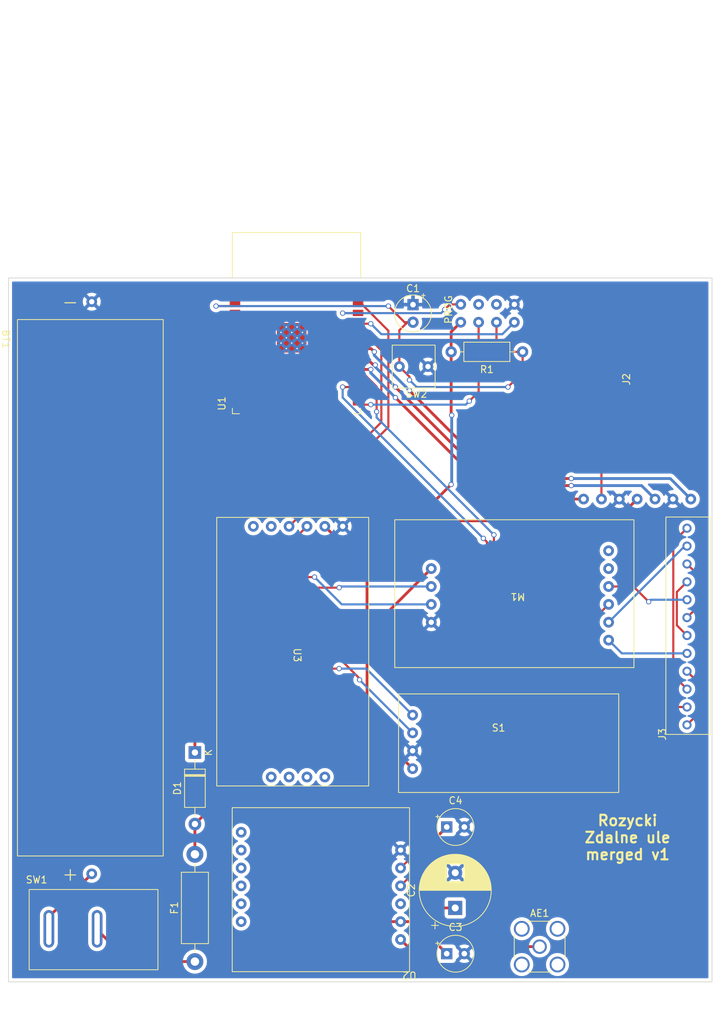
<source format=kicad_pcb>
(kicad_pcb (version 20211014) (generator pcbnew)
  (layers (0 "F.Cu" signal) (31 "B.Cu" signal) (34 "B.Paste" user) (35 "F.Paste" user) (36 "B.SilkS" user "B.Silkscreen") (37 "F.SilkS" user "F.Silkscreen") (38 "B.Mask" user) (39 "F.Mask" user) (44 "Edge.Cuts" user))
  (net 0 "")
  (net 1 "Net-(AE1-Pad1)")
  (net 2 "/Battery VCC")
  (net 3 "GND")
  (net 4 "/PROG_EN")
  (net 5 "/3.3 VCC")
  (net 6 "Net-(F1-Pad1)")
  (net 7 "/PROG_I0")
  (net 8 "/PROG_TX")
  (net 9 "/PROG_RX")
  (net 12 "/CS")
  (net 13 "/MOSI")
  (net 14 "/CLK")
  (net 15 "/MISO")
  (net 16 "Net-(J3-Pad1)")
  (net 17 "/A- R")
  (net 18 "Net-(J3-Pad12)")
  (net 19 "/E+ R")
  (net 20 "Net-(J3-Pad6)")
  (net 21 "Net-(J3-Pad10)")
  (net 22 "/A+ R")
  (net 23 "/E- R")
  (net 26 "/HX Data")
  (net 27 "/HX clk")
  (net 28 "/wstrzas D")
  (net 29 "/wstrzas A")
  (net 47 "/RX1")
  (net 48 "/TX1")
  (net 50 "/SDA")
  (net 51 "/SCL")
  (net 61 "Net-(BT1-Pad1)")
  (footprint "wlasne_footprinty:koszyk na baterie 1x1" (layer "F.Cu") (at 55.035 46.834 -90)
    (fp_text reference "BT1" (at 7.874 24.892 -90 unlocked) (layer "F.SilkS"))
    (fp_text value "Battery")
    (fp_text user "+" (at 83.82 15.748 unlocked) (layer "F.SilkS") (effects (font (size 2 2))))
    (fp_text user "-" (at 2.54 15.748 unlocked) (layer "F.SilkS") (effects (font (size 2 2))))
    (pad "1" thru_hole circle (at 83.82 12.7 270) (size 1.524 1.524) (drill 0.762) (layers *.Cu *.Mask) (net 61 "Net-(BT1-Pad1)"))
    (pad "2" thru_hole circle (at 2.54 12.7 270) (size 1.524 1.524) (drill 0.762) (layers *.Cu *.Mask) (net 3 "GND"))
  )
  (footprint "wlasne_footprinty:sim800l" (layer "F.Cu") (at 87.505 144.555 180)
    (fp_text reference "U2" (at 0 -0.5 180 unlocked) (layer "F.SilkS"))
    (fp_text value "SIM800L")
    (pad "0" thru_hole circle (at 1.27 17.27 180) (size 1.524 1.524) (drill 0.762) (layers *.Cu *.Mask) (net 3 "GND"))
    (pad "1" thru_hole circle (at 1.27 14.73 180) (size 1.524 1.524) (drill 0.762) (layers *.Cu *.Mask) (net 47 "/RX1"))
    (pad "2" thru_hole circle (at 1.27 12.19 180) (size 1.524 1.524) (drill 0.762) (layers *.Cu *.Mask) (net 48 "/TX1"))
    (pad "3" thru_hole circle (at 1.27 9.65 180) (size 1.524 1.524) (drill 0.762) (layers *.Cu *.Mask))
    (pad "4" thru_hole circle (at 1.27 7.11 180) (size 1.524 1.524) (drill 0.762) (layers *.Cu *.Mask) (net 2 "/Battery VCC"))
    (pad "5" thru_hole circle (at 1.27 4.57 180) (size 1.524 1.524) (drill 0.762) (layers *.Cu *.Mask) (net 1 "Net-(AE1-Pad1)"))
    (pad "6" thru_hole circle (at 23.93 7.11 180) (size 1.524 1.524) (drill 0.762) (layers *.Cu *.Mask))
    (pad "7" thru_hole circle (at 23.93 9.65 180) (size 1.524 1.524) (drill 0.762) (layers *.Cu *.Mask))
    (pad "8" thru_hole circle (at 23.93 12.19 180) (size 1.524 1.524) (drill 0.762) (layers *.Cu *.Mask))
    (pad "9" thru_hole circle (at 23.93 14.73 180) (size 1.524 1.524) (drill 0.762) (layers *.Cu *.Mask))
    (pad "10" thru_hole circle (at 23.93 17.27 180) (size 1.524 1.524) (drill 0.762) (layers *.Cu *.Mask))
    (pad "11" thru_hole circle (at 23.93 19.81 180) (size 1.524 1.524) (drill 0.762) (layers *.Cu *.Mask))
  )
  (footprint "Diode_THT:D_A-405_P10.16mm_Horizontal" (layer "F.Cu") (at 57 113.42 -90)
    (fp_text reference "D1" (at 5.08 2.5 90) (layer "F.SilkS"))
    (fp_text value "DIODE")
    (fp_text user "K" (at 0 -1.9 90) (layer "F.SilkS"))
    (pad "1" thru_hole rect (at 0 0 270) (size 1.8 1.8) (drill 0.9) (layers *.Cu *.Mask) (net 5 "/3.3 VCC"))
    (pad "2" thru_hole oval (at 10.16 0 270) (size 1.8 1.8) (drill 0.9) (layers *.Cu *.Mask) (net 2 "/Battery VCC"))
  )
  (footprint "wlasne_footprinty:karta sd" (layer "F.Cu") (at 107.165 79.955 90)
    (fp_text reference "J2" (at 19.558 11.176 90 unlocked) (layer "F.SilkS"))
    (fp_text value "SD_Card")
    (pad "1" thru_hole circle (at 2.54 5.08 90) (size 1.524 1.524) (drill 0.762) (layers *.Cu *.Mask) (net 12 "/CS"))
    (pad "2" thru_hole circle (at 2.54 7.62 90) (size 1.524 1.524) (drill 0.762) (layers *.Cu *.Mask) (net 13 "/MOSI"))
    (pad "3" thru_hole circle (at 2.54 10.16 90) (size 1.524 1.524) (drill 0.762) (layers *.Cu *.Mask) (net 3 "GND"))
    (pad "4" thru_hole circle (at 2.54 12.7 90) (size 1.524 1.524) (drill 0.762) (layers *.Cu *.Mask) (net 5 "/3.3 VCC"))
    (pad "5" thru_hole circle (at 2.54 15.24 90) (size 1.524 1.524) (drill 0.762) (layers *.Cu *.Mask) (net 14 "/CLK"))
    (pad "6" thru_hole circle (at 2.54 17.78 90) (size 1.524 1.524) (drill 0.762) (layers *.Cu *.Mask) (net 3 "GND"))
    (pad "7" thru_hole circle (at 2.54 20.32 90) (size 1.524 1.524) (drill 0.762) (layers *.Cu *.Mask) (net 15 "/MISO"))
  )
  (footprint "Resistor_THT:R_Axial_DIN0411_L9.9mm_D3.6mm_P15.24mm_Horizontal" (layer "F.Cu") (at 57 143.12 90)
    (fp_text reference "F1" (at 7.62 -2.92 90) (layer "F.SilkS"))
    (fp_text value "Fuse")
    (pad "1" thru_hole circle (at 0 0 90) (size 2.4 2.4) (drill 1.2) (layers *.Cu *.Mask) (net 6 "Net-(F1-Pad1)"))
    (pad "2" thru_hole oval (at 15.24 0 90) (size 2.4 2.4) (drill 1.2) (layers *.Cu *.Mask) (net 2 "/Battery VCC"))
  )
  (footprint "Resistor_THT:R_Axial_DIN0207_L6.3mm_D2.5mm_P10.16mm_Horizontal" (layer "F.Cu") (at 93.42 56.5)
    (fp_text reference "R1" (at 5.08 2.5) (layer "F.SilkS"))
    (fp_text value "10K")
    (pad "1" thru_hole circle (at 0 0) (size 1.6 1.6) (drill 0.8) (layers *.Cu *.Mask) (net 5 "/3.3 VCC"))
    (pad "2" thru_hole oval (at 10.16 0) (size 1.6 1.6) (drill 0.8) (layers *.Cu *.Mask) (net 4 "/PROG_EN"))
  )
  (footprint "Capacitor_THT:CP_Radial_Tantal_D5.0mm_P2.50mm" (layer "F.Cu") (at 92.794888 142)
    (fp_text reference "C3" (at 1.25 -3.75) (layer "F.SilkS"))
    (fp_text value "33pF")
    (pad "1" thru_hole rect (at 0 0) (size 1.6 1.6) (drill 0.8) (layers *.Cu *.Mask) (net 2 "/Battery VCC"))
    (pad "2" thru_hole circle (at 2.5 0) (size 1.6 1.6) (drill 0.8) (layers *.Cu *.Mask) (net 3 "GND"))
  )
  (footprint "Connector_Coaxial:SMA_Amphenol_132291_Vertical" (layer "F.Cu") (at 106 141)
    (fp_text reference "AE1" (at 0 -4.75) (layer "F.SilkS"))
    (fp_text value "Antenna")
    (pad "1" thru_hole circle (at 0 0) (size 2.05 2.05) (drill 1.5) (layers *.Cu *.Mask) (net 1 "Net-(AE1-Pad1)"))
    (pad "2" thru_hole circle (at -2.54 -2.54) (size 2.25 2.25) (drill 1.7) (layers *.Cu *.Mask))
    (pad "2" thru_hole circle (at 2.54 2.54) (size 2.25 2.25) (drill 1.7) (layers *.Cu *.Mask))
    (pad "2" thru_hole circle (at -2.54 2.54) (size 2.25 2.25) (drill 1.7) (layers *.Cu *.Mask))
    (pad "2" thru_hole circle (at 2.54 -2.54) (size 2.25 2.25) (drill 1.7) (layers *.Cu *.Mask))
  )
  (footprint "Capacitor_THT:CP_Radial_Tantal_D5.0mm_P2.50mm" (layer "F.Cu") (at 92.794888 124)
    (fp_text reference "C4" (at 1.25 -3.75) (layer "F.SilkS"))
    (fp_text value "10pF")
    (pad "1" thru_hole rect (at 0 0) (size 1.6 1.6) (drill 0.8) (layers *.Cu *.Mask) (net 2 "/Battery VCC"))
    (pad "2" thru_hole circle (at 2.5 0) (size 1.6 1.6) (drill 0.8) (layers *.Cu *.Mask) (net 3 "GND"))
  )
  (footprint "wlasne_footprinty:wlacznik" (layer "F.Cu") (at 33.445 132.88)
    (fp_text reference "SW1" (at 1.055 -1.38 unlocked) (layer "F.SilkS"))
    (fp_text value "SW_Push")
    (pad "1" thru_hole oval (at 2.794 5.588) (size 1.524 5.332) (drill oval 0.762 4.57) (layers *.Cu *.Mask) (net 61 "Net-(BT1-Pad1)"))
    (pad "2" thru_hole oval (at 9.652 5.588) (size 1.524 5.332) (drill oval 0.762 4.57) (layers *.Cu *.Mask) (net 6 "Net-(F1-Pad1)"))
  )
  (footprint "Capacitor_THT:CP_Radial_D10.0mm_P5.00mm" (layer "F.Cu") (at 94 135.5 90)
    (fp_text reference "C2" (at 2.5 -6.25 90) (layer "F.SilkS"))
    (fp_text value "2200uF")
    (pad "1" thru_hole rect (at 0 0 90) (size 2 2) (drill 1) (layers *.Cu *.Mask) (net 2 "/Battery VCC"))
    (pad "2" thru_hole circle (at 5 0 90) (size 2 2) (drill 1) (layers *.Cu *.Mask) (net 3 "GND"))
  )
  (footprint "wlasne_footprinty:screw connector 12" (layer "F.Cu") (at 123.945 110.845 90)
    (fp_text reference "J3" (at 0 -0.5 90 unlocked) (layer "F.SilkS"))
    (fp_text value "Screw_Terminal_01x12")
    (pad "1" thru_hole circle (at 1.35 3 90) (size 1.3 1.3) (drill 0.762) (layers *.Cu *.Mask) (net 16 "Net-(J3-Pad1)"))
    (pad "2" thru_hole circle (at 3.89 3 90) (size 1.3 1.3) (drill 0.762) (layers *.Cu *.Mask) (net 17 "/A- R"))
    (pad "3" thru_hole circle (at 6.43 3 90) (size 1.3 1.3) (drill 0.762) (layers *.Cu *.Mask) (net 18 "Net-(J3-Pad12)"))
    (pad "4" thru_hole circle (at 8.97 3 90) (size 1.3 1.3) (drill 0.762) (layers *.Cu *.Mask) (net 16 "Net-(J3-Pad1)"))
    (pad "5" thru_hole circle (at 11.51 3 90) (size 1.3 1.3) (drill 0.762) (layers *.Cu *.Mask) (net 19 "/E+ R"))
    (pad "6" thru_hole circle (at 14.05 3 90) (size 1.3 1.3) (drill 0.762) (layers *.Cu *.Mask) (net 20 "Net-(J3-Pad6)"))
    (pad "7" thru_hole circle (at 16.59 3 90) (size 1.3 1.3) (drill 0.762) (layers *.Cu *.Mask) (net 21 "Net-(J3-Pad10)"))
    (pad "8" thru_hole circle (at 19.13 3 90) (size 1.3 1.3) (drill 0.762) (layers *.Cu *.Mask) (net 22 "/A+ R"))
    (pad "9" thru_hole circle (at 21.67 3 90) (size 1.3 1.3) (drill 0.762) (layers *.Cu *.Mask) (net 20 "Net-(J3-Pad6)"))
    (pad "10" thru_hole circle (at 24.21 3 90) (size 1.3 1.3) (drill 0.762) (layers *.Cu *.Mask) (net 21 "Net-(J3-Pad10)"))
    (pad "11" thru_hole circle (at 26.75 3 90) (size 1.3 1.3) (drill 0.762) (layers *.Cu *.Mask) (net 23 "/E- R"))
    (pad "12" thru_hole circle (at 29.29 3 90) (size 1.3 1.3) (drill 0.762) (layers *.Cu *.Mask) (net 18 "Net-(J3-Pad12)"))
  )
  (footprint "wlasne_footprinty:MH-sensor-series" (layer "F.Cu") (at 85.945 105.095)
    (fp_text reference "S1" (at 14.224 4.826 unlocked) (layer "F.SilkS"))
    (fp_text value "MH-sensor-series")
    (pad "0" thru_hole circle (at 2 10.62) (size 1.524 1.524) (drill 0.762) (layers *.Cu *.Mask) (net 5 "/3.3 VCC"))
    (pad "1" thru_hole circle (at 2 8.08) (size 1.524 1.524) (drill 0.762) (layers *.Cu *.Mask) (net 3 "GND"))
    (pad "2" thru_hole circle (at 2 5.54) (size 1.524 1.524) (drill 0.762) (layers *.Cu *.Mask) (net 28 "/wstrzas D"))
    (pad "3" thru_hole circle (at 2 3) (size 1.524 1.524) (drill 0.762) (layers *.Cu *.Mask) (net 29 "/wstrzas A"))
  )
  (footprint "wlasne_footprinty:hx711" (layer "F.Cu") (at 119.405 101.455 180)
    (fp_text reference "M1" (at 16.51 10.16 180 unlocked) (layer "F.SilkS"))
    (fp_text value "HX711")
    (pad "0" thru_hole circle (at 3.6 4 180) (size 1.524 1.524) (drill 0.762) (layers *.Cu *.Mask) (net 19 "/E+ R"))
    (pad "1" thru_hole circle (at 3.6 6.54 180) (size 1.524 1.524) (drill 0.762) (layers *.Cu *.Mask) (net 23 "/E- R"))
    (pad "2" thru_hole circle (at 3.6 9.08 180) (size 1.524 1.524) (drill 0.762) (layers *.Cu *.Mask) (net 17 "/A- R"))
    (pad "3" thru_hole circle (at 3.6 11.62 180) (size 1.524 1.524) (drill 0.762) (layers *.Cu *.Mask) (net 22 "/A+ R"))
    (pad "4" thru_hole circle (at 3.6 14.16 180) (size 1.524 1.524) (drill 0.762) (layers *.Cu *.Mask))
    (pad "5" thru_hole circle (at 3.6 16.7 180) (size 1.524 1.524) (drill 0.762) (layers *.Cu *.Mask))
    (pad "6" thru_hole circle (at 28.81 6.54 180) (size 1.524 1.524) (drill 0.762) (layers *.Cu *.Mask) (net 3 "GND"))
    (pad "7" thru_hole circle (at 28.81 9.08 180) (size 1.524 1.524) (drill 0.762) (layers *.Cu *.Mask) (net 26 "/HX Data"))
    (pad "8" thru_hole circle (at 28.81 11.62 180) (size 1.524 1.524) (drill 0.762) (layers *.Cu *.Mask) (net 27 "/HX clk"))
    (pad "9" thru_hole circle (at 28.81 14.16 180) (size 1.524 1.524) (drill 0.762) (layers *.Cu *.Mask) (net 5 "/3.3 VCC"))
  )
  (footprint "RF_Module:ESP32-WROOM-32" (layer "F.Cu") (at 71.4425 55.41)
    (fp_text reference "U1" (at -10.61 8.43 90) (layer "F.SilkS"))
    (fp_text value "ESP32-WROOM-32")
    (pad "1" smd rect (at -8.75 -8.25) (size 1.5 0.9) (layers "F.Cu" "F.Paste" "F.Mask") (net 3 "GND"))
    (pad "2" smd rect (at -8.75 -6.98) (size 1.5 0.9) (layers "F.Cu" "F.Paste" "F.Mask") (net 5 "/3.3 VCC"))
    (pad "3" smd rect (at -8.75 -5.71) (size 1.5 0.9) (layers "F.Cu" "F.Paste" "F.Mask") (net 4 "/PROG_EN"))
    (pad "4" smd rect (at -8.75 -4.44) (size 1.5 0.9) (layers "F.Cu" "F.Paste" "F.Mask"))
    (pad "5" smd rect (at -8.75 -3.17) (size 1.5 0.9) (layers "F.Cu" "F.Paste" "F.Mask"))
    (pad "6" smd rect (at -8.75 -1.9) (size 1.5 0.9) (layers "F.Cu" "F.Paste" "F.Mask"))
    (pad "7" smd rect (at -8.75 -0.63) (size 1.5 0.9) (layers "F.Cu" "F.Paste" "F.Mask"))
    (pad "8" smd rect (at -8.75 0.64) (size 1.5 0.9) (layers "F.Cu" "F.Paste" "F.Mask") (net 29 "/wstrzas A"))
    (pad "9" smd rect (at -8.75 1.91) (size 1.5 0.9) (layers "F.Cu" "F.Paste" "F.Mask") (net 28 "/wstrzas D"))
    (pad "10" smd rect (at -8.75 3.18) (size 1.5 0.9) (layers "F.Cu" "F.Paste" "F.Mask") (net 27 "/HX clk"))
    (pad "11" smd rect (at -8.75 4.45) (size 1.5 0.9) (layers "F.Cu" "F.Paste" "F.Mask") (net 26 "/HX Data"))
    (pad "12" smd rect (at -8.75 5.72) (size 1.5 0.9) (layers "F.Cu" "F.Paste" "F.Mask"))
    (pad "13" smd rect (at -8.75 6.99) (size 1.5 0.9) (layers "F.Cu" "F.Paste" "F.Mask"))
    (pad "14" smd rect (at -8.75 8.26) (size 1.5 0.9) (layers "F.Cu" "F.Paste" "F.Mask"))
    (pad "15" smd rect (at -5.71 9.51 90) (size 1.5 0.9) (layers "F.Cu" "F.Paste" "F.Mask") (net 3 "GND"))
    (pad "16" smd rect (at -4.44 9.51 90) (size 1.5 0.9) (layers "F.Cu" "F.Paste" "F.Mask"))
    (pad "17" smd rect (at -3.17 9.51 90) (size 1.5 0.9) (layers "F.Cu" "F.Paste" "F.Mask"))
    (pad "18" smd rect (at -1.9 9.51 90) (size 1.5 0.9) (layers "F.Cu" "F.Paste" "F.Mask"))
    (pad "19" smd rect (at -0.63 9.51 90) (size 1.5 0.9) (layers "F.Cu" "F.Paste" "F.Mask"))
    (pad "20" smd rect (at 0.64 9.51 90) (size 1.5 0.9) (layers "F.Cu" "F.Paste" "F.Mask"))
    (pad "21" smd rect (at 1.91 9.51 90) (size 1.5 0.9) (layers "F.Cu" "F.Paste" "F.Mask"))
    (pad "22" smd rect (at 3.18 9.51 90) (size 1.5 0.9) (layers "F.Cu" "F.Paste" "F.Mask"))
    (pad "23" smd rect (at 4.45 9.51 90) (size 1.5 0.9) (layers "F.Cu" "F.Paste" "F.Mask"))
    (pad "24" smd rect (at 5.72 9.51 90) (size 1.5 0.9) (layers "F.Cu" "F.Paste" "F.Mask"))
    (pad "25" smd rect (at 8.75 8.26) (size 1.5 0.9) (layers "F.Cu" "F.Paste" "F.Mask") (net 7 "/PROG_I0"))
    (pad "26" smd rect (at 8.75 6.99) (size 1.5 0.9) (layers "F.Cu" "F.Paste" "F.Mask"))
    (pad "27" smd rect (at 8.75 5.72) (size 1.5 0.9) (layers "F.Cu" "F.Paste" "F.Mask") (net 47 "/RX1"))
    (pad "28" smd rect (at 8.75 4.45) (size 1.5 0.9) (layers "F.Cu" "F.Paste" "F.Mask") (net 48 "/TX1"))
    (pad "29" smd rect (at 8.75 3.18) (size 1.5 0.9) (layers "F.Cu" "F.Paste" "F.Mask") (net 12 "/CS"))
    (pad "30" smd rect (at 8.75 1.91) (size 1.5 0.9) (layers "F.Cu" "F.Paste" "F.Mask") (net 14 "/CLK"))
    (pad "31" smd rect (at 8.75 0.64) (size 1.5 0.9) (layers "F.Cu" "F.Paste" "F.Mask") (net 15 "/MISO"))
    (pad "32" smd rect (at 8.75 -0.63) (size 1.5 0.9) (layers "F.Cu" "F.Paste" "F.Mask"))
    (pad "33" smd rect (at 8.75 -1.9) (size 1.5 0.9) (layers "F.Cu" "F.Paste" "F.Mask") (net 50 "/SDA"))
    (pad "34" smd rect (at 8.75 -3.17) (size 1.5 0.9) (layers "F.Cu" "F.Paste" "F.Mask") (net 8 "/PROG_TX"))
    (pad "35" smd rect (at 8.75 -4.44) (size 1.5 0.9) (layers "F.Cu" "F.Paste" "F.Mask") (net 9 "/PROG_RX"))
    (pad "36" smd rect (at 8.75 -5.71) (size 1.5 0.9) (layers "F.Cu" "F.Paste" "F.Mask") (net 51 "/SCL"))
    (pad "37" smd rect (at 8.75 -6.98) (size 1.5 0.9) (layers "F.Cu" "F.Paste" "F.Mask") (net 13 "/MOSI"))
    (pad "38" smd rect (at 8.75 -8.25) (size 1.5 0.9) (layers "F.Cu" "F.Paste" "F.Mask") (net 3 "GND"))
    (pad "39" thru_hole circle (at 0.845 -1.6725) (size 0.475 0.475) (drill 0.2) (layers *.Cu "F.Mask") (net 3 "GND"))
    (pad "39" smd rect (at -0.68 0.615) (size 1.05 1.05) (layers "F.Cu" "F.Paste") (net 3 "GND"))
    (pad "39" thru_hole circle (at -1.4425 0.615) (size 0.475 0.475) (drill 0.2) (layers *.Cu "F.Mask") (net 3 "GND"))
    (pad "39" smd rect (at -0.68 -0.91) (size 1.05 1.05) (layers "F.Cu" "F.Paste") (net 3 "GND"))
    (pad "39" thru_hole circle (at -2.205 -0.1475) (size 0.475 0.475) (drill 0.2) (layers *.Cu "F.Mask") (net 3 "GND"))
    (pad "39" smd rect (at -2.205 -2.435) (size 1.05 1.05) (layers "F.Cu" "F.Paste") (net 3 "GND"))
    (pad "39" smd rect (at -0.68 -2.435) (size 1.05 1.05) (layers "F.Cu" "F.Paste") (net 3 "GND"))
    (pad "39" thru_hole circle (at -1.4425 -0.91) (size 0.475 0.475) (drill 0.2) (layers *.Cu "F.Mask") (net 3 "GND"))
    (pad "39" thru_hole circle (at 0.845 -0.1475) (size 0.475 0.475) (drill 0.2) (layers *.Cu "F.Mask") (net 3 "GND"))
    (pad "39" thru_hole circle (at 0.0825 0.615) (size 0.475 0.475) (drill 0.2) (layers *.Cu "F.Mask") (net 3 "GND"))
    (pad "39" smd rect (at -0.68 -0.91) (size 4.2 4.2) (layers "F.Cu" "F.Mask") (net 3 "GND"))
    (pad "39" thru_hole circle (at -1.4425 -2.435) (size 0.475 0.475) (drill 0.2) (layers *.Cu "F.Mask") (net 3 "GND"))
    (pad "39" thru_hole circle (at -0.68 -1.6725) (size 0.475 0.475) (drill 0.2) (layers *.Cu "F.Mask") (net 3 "GND"))
    (pad "39" thru_hole circle (at -2.205 -1.6725) (size 0.475 0.475) (drill 0.2) (layers *.Cu "F.Mask") (net 3 "GND"))
    (pad "39" thru_hole circle (at 0.0825 -2.435) (size 0.475 0.475) (drill 0.2) (layers *.Cu "F.Mask") (net 3 "GND"))
    (pad "39" smd rect (at -2.205 0.615) (size 1.05 1.05) (layers "F.Cu" "F.Paste") (net 3 "GND"))
    (pad "39" smd rect (at -2.205 -0.91) (size 1.05 1.05) (layers "F.Cu" "F.Paste") (net 3 "GND"))
    (pad "39" smd rect (at 0.845 -0.91) (size 1.05 1.05) (layers "F.Cu" "F.Paste") (net 3 "GND"))
    (pad "39" thru_hole circle (at 0.0825 -0.91) (size 0.475 0.475) (drill 0.2) (layers *.Cu "F.Mask") (net 3 "GND"))
    (pad "39" thru_hole circle (at -0.68 -0.1475) (size 0.475 0.475) (drill 0.2) (layers *.Cu "F.Mask") (net 3 "GND"))
    (pad "39" smd rect (at 0.845 -2.435) (size 1.05 1.05) (layers "F.Cu" "F.Paste") (net 3 "GND"))
    (pad "39" smd rect (at 0.845 0.615) (size 1.05 1.05) (layers "F.Cu" "F.Paste") (net 3 "GND"))
    (zone (net 0) (net_name "") (layers *.Cu) (connect_pads (clearance 0)) (min_thickness 0.254)
      (keepout (tracks not_allowed) (vias not_allowed) (pads not_allowed) (copperpour not_allowed) (footprints not_allowed))
      (fill (thermal_gap 0.508) (thermal_bridge_width 0.508))
      (polygon (pts (xy 57.4425 45.44) (xy 85.4425 45.44) (xy 85.4425 34.66) (xy 57.4425 34.66)))
    )
  )
  (footprint "wlasne_footprinty:mały button" (layer "F.Cu") (at 85.045 55.545)
    (fp_text reference "SW2" (at 3.455 6.955 unlocked) (layer "F.SilkS"))
    (fp_text value "SW_Push")
    (pad "1" thru_hole circle (at 5.08 3.048) (size 1.524 1.524) (drill 0.762) (layers *.Cu *.Mask) (net 3 "GND"))
    (pad "2" thru_hole circle (at 1.016 3.048) (size 1.524 1.524) (drill 0.762) (layers *.Cu *.Mask) (net 4 "/PROG_EN"))
  )
  (footprint "wlasne_footprinty:ds3231" (layer "F.Cu") (at 81.705 80.02 -90)
    (fp_text reference "U3" (at 19.558 10.16 -90 unlocked) (layer "F.SilkS"))
    (fp_text value "DS3231M")
    (pad "1" thru_hole circle (at 1.27 16.4 270) (size 1.524 1.524) (drill 0.762) (layers *.Cu *.Mask))
    (pad "2" thru_hole circle (at 1.27 6.24 270) (size 1.524 1.524) (drill 0.762) (layers *.Mask "F.Cu" "In1.Cu" "B.Cu") (net 5 "/3.3 VCC"))
    (pad "2'" thru_hole circle (at 36.88 8.78 270) (size 1.524 1.524) (drill 0.762) (layers *.Cu *.Mask))
    (pad "3" thru_hole circle (at 1.27 13.86 270) (size 1.524 1.524) (drill 0.762) (layers *.Cu *.Mask))
    (pad "13" thru_hole circle (at 1.27 3.7 270) (size 1.524 1.524) (drill 0.762) (layers *.Cu *.Mask) (net 3 "GND"))
    (pad "13'" thru_hole circle (at 36.88 6.24 270) (size 1.524 1.524) (drill 0.762) (layers *.Cu *.Mask))
    (pad "15" thru_hole circle (at 1.27 8.78 270) (size 1.524 1.524) (drill 0.762) (layers *.Cu *.Mask) (net 50 "/SDA"))
    (pad "15'" thru_hole circle (at 36.88 11.32 270) (size 1.524 1.524) (drill 0.762) (layers *.Cu *.Mask))
    (pad "16" thru_hole circle (at 1.27 11.32 270) (size 1.524 1.524) (drill 0.762) (layers *.Cu *.Mask) (net 51 "/SCL"))
    (pad "16'" thru_hole circle (at 36.88 13.86 270) (size 1.524 1.524) (drill 0.762) (layers *.Cu *.Mask))
  )
  (footprint "Capacitor_THT:CP_Radial_Tantal_D5.0mm_P2.50mm" (layer "F.Cu") (at 88 49.794888 -90)
    (fp_text reference "C1" (at -2.294888 0 180) (layer "F.SilkS"))
    (fp_text value "100nF")
    (pad "1" thru_hole rect (at 0 0 270) (size 1.6 1.6) (drill 0.8) (layers *.Cu *.Mask) (net 3 "GND"))
    (pad "2" thru_hole circle (at 2.5 0 270) (size 1.6 1.6) (drill 0.8) (layers *.Cu *.Mask) (net 4 "/PROG_EN"))
  )
  (footprint "wlasne_footprinty:prog pins ESP32 (aka esp01) v2 (odwrocone)" (layer "F.Cu") (at 92.245 44.676 90)
    (fp_text reference "J1")
    (fp_text value "Conn_02x04_Male")
    (fp_text user "PROG" (at -5.818 0.803 90 unlocked) (layer "F.SilkS"))
    (pad "1" thru_hole circle (at -7.62 2.54 90) (size 1.524 1.524) (drill 0.762) (layers *.Cu *.Mask) (net 5 "/3.3 VCC"))
    (pad "2" thru_hole circle (at -7.62 5.08 90) (size 1.524 1.524) (drill 0.762) (layers *.Cu *.Mask) (net 7 "/PROG_I0"))
    (pad "3" thru_hole circle (at -7.62 7.62 90) (size 1.524 1.524) (drill 0.762) (layers *.Cu *.Mask) (net 4 "/PROG_EN"))
    (pad "4" thru_hole circle (at -7.62 10.16 90) (size 1.524 1.524) (drill 0.762) (layers *.Cu *.Mask) (net 8 "/PROG_TX"))
    (pad "5" thru_hole circle (at -5.08 2.54 90) (size 1.524 1.524) (drill 0.762) (layers *.Cu *.Mask) (net 9 "/PROG_RX"))
    (pad "6" thru_hole circle (at -5.08 5.08 90) (size 1.524 1.524) (drill 0.762) (layers *.Cu *.Mask))
    (pad "7" thru_hole circle (at -5.08 7.62 90) (size 1.524 1.524) (drill 0.762) (layers *.Cu *.Mask))
    (pad "8" thru_hole circle (at -5.08 10.16 90) (size 1.524 1.524) (drill 0.762) (layers *.Cu *.Mask) (net 3 "GND"))
  )
  (gr_rect (start 130.5 46) (end 30.5 146) (layer "Edge.Cuts") (width 0.1) (fill none))
  (gr_text "Rozycki\nZdalne ule\nmerged v1" (at 118.5 125.5) (layer "F.SilkS") (effects (font (size 1.5 1.5) (thickness 0.3))))
  (segment (start 106 141) (end 101 141) (width 0.4) (layer "F.Cu") (net 1))
  (segment (start 97 145) (end 91.25 145) (width 0.4) (layer "F.Cu") (net 1))
  (segment (start 91.25 145) (end 86.235 139.985) (width 0.4) (layer "F.Cu") (net 1))
  (segment (start 101 141) (end 97 145) (width 0.4) (layer "F.Cu") (net 1))
  (segment (start 83.445 137.445) (end 67.5 121.5) (width 0.4) (layer "F.Cu") (net 2))
  (segment (start 90.184888 126.61) (end 90.184888 135.184888) (width 0.4) (layer "F.Cu") (net 2))
  (segment (start 59.08 121.5) (end 57 123.58) (width 0.4) (layer "F.Cu") (net 2))
  (segment (start 92.794888 124) (end 90.184888 126.61) (width 0.4) (layer "F.Cu") (net 2))
  (segment (start 67.5 121.5) (end 59.08 121.5) (width 0.4) (layer "F.Cu") (net 2))
  (segment (start 90.184888 135.5) (end 88.239888 137.445) (width 0.4) (layer "F.Cu") (net 2))
  (segment (start 86.235 137.445) (end 88.239888 137.445) (width 0.4) (layer "F.Cu") (net 2))
  (segment (start 57 127.88) (end 57 123.58) (width 0.4) (layer "F.Cu") (net 2))
  (segment (start 90.5 135.5) (end 91 135.5) (width 0.4) (layer "F.Cu") (net 2))
  (segment (start 88.239888 137.445) (end 92.794888 142) (width 0.4) (layer "F.Cu") (net 2))
  (segment (start 94 135.5) (end 90.184888 135.5) (width 0.4) (layer "F.Cu") (net 2))
  (segment (start 90.184888 135.184888) (end 90.5 135.5) (width 0.4) (layer "F.Cu") (net 2))
  (segment (start 86.235 137.445) (end 83.445 137.445) (width 0.4) (layer "F.Cu") (net 2))
  (segment (start 86.794888 52.294888) (end 84.5 50) (width 0.3) (layer "F.Cu") (net 4))
  (segment (start 60 50) (end 62.3925 50) (width 0.3) (layer "F.Cu") (net 4))
  (segment (start 103.58 59.42) (end 101.5 61.5) (width 0.3) (layer "F.Cu") (net 4))
  (segment (start 87.205112 52.294888) (end 88 52.294888) (width 0.3) (layer "F.Cu") (net 4))
  (segment (start 86.061 53.439) (end 87 52.5) (width 0.3) (layer "F.Cu") (net 4))
  (segment (start 101 56.5) (end 103.58 56.5) (width 0.3) (layer "F.Cu") (net 4))
  (segment (start 62.3925 50) (end 62.6925 49.7) (width 0.3) (layer "F.Cu") (net 4))
  (segment (start 87.5 60.032) (end 86.061 58.593) (width 0.3) (layer "F.Cu") (net 4))
  (segment (start 103.58 56.5) (end 103.58 59.42) (width 0.3) (layer "F.Cu") (net 4))
  (segment (start 87 52.5) (end 87.205112 52.294888) (width 0.3) (layer "F.Cu") (net 4))
  (segment (start 86.061 58.593) (end 86.061 53.439) (width 0.3) (layer "F.Cu") (net 4))
  (segment (start 86.794888 52.294888) (end 87 52.5) (width 0.3) (layer "F.Cu") (net 4))
  (segment (start 99.865 52.296) (end 99.865 55.365) (width 0.3) (layer "F.Cu") (net 4))
  (segment (start 87.5 60.5) (end 87.5 60.032) (width 0.3) (layer "F.Cu") (net 4))
  (segment (start 88 52.294888) (end 86.794888 52.294888) (width 0.3) (layer "F.Cu") (net 4))
  (segment (start 99.865 55.365) (end 101 56.5) (width 0.3) (layer "F.Cu") (net 4))
  (via (at 87.5 60.5) (size 0.75) (drill 0.5) (layers "F.Cu" "B.Cu") (net 4))
  (via (at 84.5 50) (size 0.75) (drill 0.5) (layers "F.Cu" "B.Cu") (net 4))
  (via (at 60 50) (size 0.75) (drill 0.5) (layers "F.Cu" "B.Cu") (net 4))
  (via (at 101.5 61.5) (size 0.75) (drill 0.5) (layers "F.Cu" "B.Cu") (net 4))
  (segment (start 88.5 61.5) (end 87.5 60.5) (width 0.3) (layer "B.Cu") (net 4))
  (segment (start 84.5 50) (end 60 50) (width 0.3) (layer "B.Cu") (net 4))
  (segment (start 101.5 61.5) (end 88.5 61.5) (width 0.3) (layer "B.Cu") (net 4))
  (segment (start 57 95.5) (end 57 113.42) (width 0.4) (layer "F.Cu") (net 5))
  (segment (start 87.945 115.715) (end 81.47 109.24) (width 0.4) (layer "F.Cu") (net 5))
  (segment (start 93.42 56.5) (end 93.42 53.661) (width 0.4) (layer "F.Cu") (net 5))
  (segment (start 93.42 53.661) (end 94.785 52.296) (width 0.4) (layer "F.Cu") (net 5))
  (segment (start 81.47 87.295) (end 88.265 80.5) (width 0.4) (layer "F.Cu") (net 5))
  (segment (start 57 84.77) (end 57 95.5) (width 0.4) (layer "F.Cu") (net 5))
  (segment (start 59.57 48.43) (end 57 51) (width 0.4) (layer "F.Cu") (net 5))
  (segment (start 57 51) (end 57 95.5) (width 0.4) (layer "F.Cu") (net 5))
  (segment (start 81.47 96.42) (end 90.595 87.295) (width 0.4) (layer "F.Cu") (net 5))
  (segment (start 62.6925 48.43) (end 59.57 48.43) (width 0.4) (layer "F.Cu") (net 5))
  (segment (start 81.47 109.24) (end 57 84.77) (width 0.4) (layer "F.Cu") (net 5))
  (segment (start 93.42 75.345) (end 88.265 80.5) (width 0.4) (layer "F.Cu") (net 5))
  (segment (start 93.42 56.5) (end 93.42 65.42) (width 0.4) (layer "F.Cu") (net 5))
  (segment (start 81.47 87.295) (end 81.47 96.42) (width 0.4) (layer "F.Cu") (net 5))
  (segment (start 75.465 81.29) (end 81.47 87.295) (width 0.4) (layer "F.Cu") (net 5))
  (segment (start 116.78 80.5) (end 119.865 77.415) (width 0.4) (layer "F.Cu") (net 5))
  (segment (start 93.42 65.42) (end 93.5 65.5) (width 0.4) (layer "F.Cu") (net 5))
  (segment (start 88.265 80.5) (end 116.78 80.5) (width 0.4) (layer "F.Cu") (net 5))
  (segment (start 81.47 109.24) (end 81.47 87.295) (width 0.4) (layer "F.Cu") (net 5))
  (via (at 93.5 65.5) (size 0.75) (drill 0.5) (layers "F.Cu" "B.Cu") (net 5))
  (via (at 93.42 75.345) (size 0.75) (drill 0.5) (layers "F.Cu" "B.Cu") (net 5))
  (segment (start 93.5 75.265) (end 93.42 75.345) (width 0.4) (layer "B.Cu") (net 5))
  (segment (start 93.5 65.5) (end 93.5 75.265) (width 0.4) (layer "B.Cu") (net 5))
  (segment (start 43.097 138.597) (end 47.62 143.12) (width 0.4) (layer "F.Cu") (net 6))
  (segment (start 43.097 138.468) (end 43.097 138.597) (width 0.4) (layer "F.Cu") (net 6))
  (segment (start 47.62 143.12) (end 57 143.12) (width 0.4) (layer "F.Cu") (net 6))
  (segment (start 97.325 62.175) (end 96 63.5) (width 0.3) (layer "F.Cu") (net 7))
  (segment (start 82 64) (end 80.5225 64) (width 0.3) (layer "F.Cu") (net 7))
  (segment (start 80.5225 64) (end 80.1925 63.67) (width 0.3) (layer "F.Cu") (net 7))
  (segment (start 97.325 52.296) (end 97.325 62.175) (width 0.3) (layer "F.Cu") (net 7))
  (via (at 82 64) (size 0.75) (drill 0.5) (layers "F.Cu" "B.Cu") (net 7))
  (via (at 96 63.5) (size 0.75) (drill 0.5) (layers "F.Cu" "B.Cu") (net 7))
  (segment (start 95.5 64) (end 82 64) (width 0.3) (layer "B.Cu") (net 7))
  (segment (start 96 63.5) (end 95.5 64) (width 0.3) (layer "B.Cu") (net 7))
  (segment (start 82 52.5) (end 80.4525 52.5) (width 0.3) (layer "F.Cu") (net 8))
  (segment (start 80.4525 52.5) (end 80.1925 52.24) (width 0.3) (layer "F.Cu") (net 8))
  (via (at 82 52.5) (size 0.75) (drill 0.5) (layers "F.Cu" "B.Cu") (net 8))
  (segment (start 83.5 54) (end 82 52.5) (width 0.3) (layer "B.Cu") (net 8))
  (segment (start 100.5 54) (end 83.5 54) (width 0.3) (layer "B.Cu") (net 8))
  (segment (start 100.701 54) (end 100.5 54) (width 0.3) (layer "B.Cu") (net 8))
  (segment (start 102.405 52.296) (end 100.701 54) (width 0.3) (layer "B.Cu") (net 8))
  (segment (start 93.244 49.756) (end 92.5 50.5) (width 0.3) (layer "F.Cu") (net 9))
  (segment (start 94.785 49.756) (end 93.244 49.756) (width 0.3) (layer "F.Cu") (net 9))
  (segment (start 80.1625 51) (end 80.1925 50.97) (width 0.3) (layer "F.Cu") (net 9))
  (segment (start 78 51) (end 80.1625 51) (width 0.3) (layer "F.Cu") (net 9))
  (via (at 78 51) (size 0.75) (drill 0.5) (layers "F.Cu" "B.Cu") (net 9))
  (via (at 92.5 50.5) (size 0.75) (drill 0.5) (layers "F.Cu" "B.Cu") (net 9))
  (segment (start 92 51) (end 78 51) (width 0.3) (layer "B.Cu") (net 9))
  (segment (start 92.5 50.5) (end 92 51) (width 0.3) (layer "B.Cu") (net 9))
  (segment (start 99.915 77.415) (end 85.5 63) (width 0.4) (layer "F.Cu") (net 12))
  (segment (start 112.245 77.415) (end 99.915 77.415) (width 0.4) (layer "F.Cu") (net 12))
  (segment (start 80.6025 59) (end 80.1925 58.59) (width 0.4) (layer "F.Cu") (net 12))
  (segment (start 82 59) (end 80.6025 59) (width 0.4) (layer "F.Cu") (net 12))
  (via (at 82 59) (size 0.75) (drill 0.5) (layers "F.Cu" "B.Cu") (net 12))
  (via (at 85.5 63) (size 0.75) (drill 0.5) (layers "F.Cu" "B.Cu") (net 12))
  (segment (start 82 59.5) (end 82 59) (width 0.4) (layer "B.Cu") (net 12))
  (segment (start 85.5 63) (end 82 59.5) (width 0.4) (layer "B.Cu") (net 12))
  (segment (start 82 47.5) (end 81.07 48.43) (width 0.3) (layer "F.Cu") (net 13))
  (segment (start 114.785 57.285) (end 105 47.5) (width 0.3) (layer "F.Cu") (net 13))
  (segment (start 105 47.5) (end 82 47.5) (width 0.3) (layer "F.Cu") (net 13))
  (segment (start 114.785 77.415) (end 114.785 57.285) (width 0.3) (layer "F.Cu") (net 13))
  (segment (start 81.07 48.43) (end 80.1925 48.43) (width 0.3) (layer "F.Cu") (net 13))
  (segment (start 81.5 57.5) (end 80.3725 57.5) (width 0.4) (layer "F.Cu") (net 14))
  (segment (start 80.3725 57.5) (end 80.1925 57.32) (width 0.4) (layer "F.Cu") (net 14))
  (segment (start 82.363955 58.363955) (end 81.5 57.5) (width 0.4) (layer "F.Cu") (net 14))
  (segment (start 82.636043 58.363955) (end 82.363955 58.363955) (width 0.4) (layer "F.Cu") (net 14))
  (segment (start 99.5 75.5) (end 85.5 61.5) (width 0.4) (layer "F.Cu") (net 14))
  (segment (start 110.5 75.5) (end 99.5 75.5) (width 0.4) (layer "F.Cu") (net 14))
  (via (at 110.5 75.5) (size 0.75) (drill 0.5) (layers "F.Cu" "B.Cu") (net 14))
  (via (at 85.5 61.5) (size 0.75) (drill 0.5) (layers "F.Cu" "B.Cu") (net 14))
  (via (at 82.636043 58.363955) (size 0.75) (drill 0.5) (layers "F.Cu" "B.Cu") (net 14))
  (segment (start 122.405 77.415) (end 120.49 75.5) (width 0.4) (layer "B.Cu") (net 14))
  (segment (start 82.636043 58.636043) (end 82.636043 58.363955) (width 0.4) (layer "B.Cu") (net 14))
  (segment (start 120.49 75.5) (end 110.5 75.5) (width 0.4) (layer "B.Cu") (net 14))
  (segment (start 85.5 61.5) (end 82.636043 58.636043) (width 0.4) (layer "B.Cu") (net 14))
  (segment (start 82.05 56.05) (end 82.5 56.5) (width 0.4) (layer "F.Cu") (net 15))
  (segment (start 100 74.5) (end 110.5 74.5) (width 0.4) (layer "F.Cu") (net 15))
  (segment (start 80.1925 56.05) (end 82.05 56.05) (width 0.4) (layer "F.Cu") (net 15))
  (segment (start 87.5 62) (end 100 74.5) (width 0.4) (layer "F.Cu") (net 15))
  (via (at 110.5 74.5) (size 0.75) (drill 0.5) (layers "F.Cu" "B.Cu") (net 15))
  (via (at 87.5 62) (size 0.75) (drill 0.5) (layers "F.Cu" "B.Cu") (net 15))
  (via (at 82.5 56.5) (size 0.75) (drill 0.5) (layers "F.Cu" "B.Cu") (net 15))
  (segment (start 82.5 56.5) (end 82.5 57) (width 0.4) (layer "B.Cu") (net 15))
  (segment (start 82.5 57) (end 87.5 62) (width 0.4) (layer "B.Cu") (net 15))
  (segment (start 124.57 74.5) (end 127.485 77.415) (width 0.4) (layer "B.Cu") (net 15))
  (segment (start 110.5 74.5) (end 124.57 74.5) (width 0.4) (layer "B.Cu") (net 15))
  (segment (start 126.945 101.875) (end 128.5 103.43) (width 0.3) (layer "F.Cu") (net 16))
  (segment (start 128.5 103.43) (end 128.5 107.94) (width 0.3) (layer "F.Cu") (net 16))
  (segment (start 128.5 107.94) (end 126.945 109.495) (width 0.3) (layer "F.Cu") (net 16))
  (segment (start 126.945 106.955) (end 122.455 106.955) (width 0.3) (layer "F.Cu") (net 17))
  (segment (start 114 94.18) (end 115.805 92.375) (width 0.3) (layer "F.Cu") (net 17))
  (segment (start 122.455 106.955) (end 114 98.5) (width 0.3) (layer "F.Cu") (net 17))
  (segment (start 114 98.5) (end 114 94.18) (width 0.3) (layer "F.Cu") (net 17))
  (segment (start 125 102.47) (end 126.945 104.415) (width 0.3) (layer "F.Cu") (net 18))
  (segment (start 126.945 81.555) (end 125 83.5) (width 0.3) (layer "F.Cu") (net 18))
  (segment (start 125 83.5) (end 125 102.47) (width 0.3) (layer "F.Cu") (net 18))
  (segment (start 126.945 99.335) (end 117.685 99.335) (width 0.3) (layer "B.Cu") (net 19))
  (segment (start 117.685 99.335) (end 115.805 97.455) (width 0.3) (layer "B.Cu") (net 19))
  (segment (start 125.5 90.62) (end 125.5 95.35) (width 0.3) (layer "F.Cu") (net 20))
  (segment (start 125.5 95.35) (end 126.945 96.795) (width 0.3) (layer "F.Cu") (net 20))
  (segment (start 126.945 89.175) (end 125.5 90.62) (width 0.3) (layer "F.Cu") (net 20))
  (segment (start 128.5 88.19) (end 128.5 92.7) (width 0.3) (layer "F.Cu") (net 21))
  (segment (start 128.5 92.7) (end 126.945 94.255) (width 0.3) (layer "F.Cu") (net 21))
  (segment (start 126.945 86.635) (end 128.5 88.19) (width 0.3) (layer "F.Cu") (net 21))
  (segment (start 119.335 89.835) (end 115.805 89.835) (width 0.3) (layer "F.Cu") (net 22))
  (segment (start 121.5 92) (end 119.335 89.835) (width 0.3) (layer "F.Cu") (net 22))
  (via (at 121.5 92) (size 0.75) (drill 0.5) (layers "F.Cu" "B.Cu") (net 22))
  (segment (start 126.945 91.715) (end 121.785 91.715) (width 0.3) (layer "B.Cu") (net 22))
  (segment (start 121.785 91.715) (end 121.5 92) (width 0.3) (layer "B.Cu") (net 22))
  (segment (start 126.625 84.095) (end 126.945 84.095) (width 0.3) (layer "B.Cu") (net 23))
  (segment (start 115.805 94.915) (end 126.625 84.095) (width 0.3) (layer "B.Cu") (net 23))
  (segment (start 74 88.5) (end 68 88.5) (width 0.3) (layer "F.Cu") (net 26))
  (segment (start 61 81.5) (end 61 60.5025) (width 0.3) (layer "F.Cu") (net 26))
  (segment (start 61.6425 59.86) (end 62.6925 59.86) (width 0.3) (layer "F.Cu") (net 26))
  (segment (start 68 88.5) (end 61 81.5) (width 0.3) (layer "F.Cu") (net 26))
  (segment (start 61 60.5025) (end 61.6425 59.86) (width 0.3) (layer "F.Cu") (net 26))
  (via (at 74 88.5) (size 0.75) (drill 0.5) (layers "F.Cu" "B.Cu") (net 26))
  (segment (start 90.595 92.375) (end 77.875 92.375) (width 0.3) (layer "B.Cu") (net 26))
  (segment (start 77.875 92.375) (end 74 88.5) (width 0.3) (layer "B.Cu") (net 26))
  (segment (start 68.5 90) (end 60.5 82) (width 0.3) (layer "F.Cu") (net 27))
  (segment (start 60.5 60.2525) (end 62.1625 58.59) (width 0.3) (layer "F.Cu") (net 27))
  (segment (start 62.1625 58.59) (end 62.6925 58.59) (width 0.3) (layer "F.Cu") (net 27))
  (segment (start 77.5 90) (end 68.5 90) (width 0.3) (layer "F.Cu") (net 27))
  (segment (start 60.5 82) (end 60.5 60.2525) (width 0.3) (layer "F.Cu") (net 27))
  (via (at 77.5 90) (size 0.75) (drill 0.5) (layers "F.Cu" "B.Cu") (net 27))
  (segment (start 77.665 89.835) (end 77.5 90) (width 0.3) (layer "B.Cu") (net 27))
  (segment (start 90.595 89.835) (end 77.665 89.835) (width 0.3) (layer "B.Cu") (net 27))
  (segment (start 80.405 102.905) (end 60.05 82.55) (width 0.3) (layer "F.Cu") (net 28))
  (segment (start 80.405 103.095) (end 80.405 102.905) (width 0.3) (layer "F.Cu") (net 28))
  (segment (start 60.05 59.4325) (end 62.1625 57.32) (width 0.3) (layer "F.Cu") (net 28))
  (segment (start 62.1625 57.32) (end 62.6925 57.32) (width 0.3) (layer "F.Cu") (net 28))
  (segment (start 60.05 82.55) (end 60.05 59.4325) (width 0.3) (layer "F.Cu") (net 28))
  (via (at 80.405 103.095) (size 0.75) (drill 0.5) (layers "F.Cu" "B.Cu") (net 28))
  (segment (start 80.405 103.095) (end 87.945 110.635) (width 0.3) (layer "B.Cu") (net 28))
  (segment (start 59.6 58.6125) (end 62.1625 56.05) (width 0.3) (layer "F.Cu") (net 29))
  (segment (start 76.5 101.5) (end 59.6 84.6) (width 0.3) (layer "F.Cu") (net 29))
  (segment (start 77.5 101.5) (end 76.5 101.5) (width 0.3) (layer "F.Cu") (net 29))
  (segment (start 59.6 84.6) (end 59.6 58.6125) (width 0.3) (layer "F.Cu") (net 29))
  (segment (start 62.1625 56.05) (end 62.6925 56.05) (width 0.3) (layer "F.Cu") (net 29))
  (via (at 77.5 101.5) (size 0.75) (drill 0.5) (layers "F.Cu" "B.Cu") (net 29))
  (segment (start 77.5 101.5) (end 81.35 101.5) (width 0.3) (layer "B.Cu") (net 29))
  (segment (start 81.35 101.5) (end 87.945 108.095) (width 0.3) (layer "B.Cu") (net 29))
  (segment (start 88 127) (end 88 123) (width 0.3) (layer "F.Cu") (net 47))
  (segment (start 86.235 129.825) (end 88 128.06) (width 0.3) (layer "F.Cu") (net 47))
  (segment (start 98.5 101.5) (end 98.5 83.5) (width 0.3) (layer "F.Cu") (net 47))
  (segment (start 78 61.5) (end 79.8225 61.5) (width 0.3) (layer "F.Cu") (net 47))
  (segment (start 98.5 112.5) (end 98.5 101.5) (width 0.3) (layer "F.Cu") (net 47))
  (segment (start 79.8225 61.5) (end 80.1925 61.13) (width 0.3) (layer "F.Cu") (net 47))
  (segment (start 98.5 83.5) (end 98 83) (width 0.3) (layer "F.Cu") (net 47))
  (segment (start 88 123) (end 92 119) (width 0.3) (layer "F.Cu") (net 47))
  (segment (start 92 119) (end 98.5 112.5) (width 0.3) (layer "F.Cu") (net 47))
  (segment (start 88 128.06) (end 88 127) (width 0.3) (layer "F.Cu") (net 47))
  (via (at 78 61.5) (size 0.75) (drill 0.5) (layers "F.Cu" "B.Cu") (net 47))
  (via (at 98 83) (size 0.75) (drill 0.5) (layers "F.Cu" "B.Cu") (net 47))
  (segment (start 78 63) (end 78 61.5) (width 0.3) (layer "B.Cu") (net 47))
  (segment (start 98 83) (end 78 63) (width 0.3) (layer "B.Cu") (net 47))
  (segment (start 99.5 82.5) (end 99.5 113) (width 0.3) (layer "F.Cu") (net 48))
  (segment (start 89 129.6) (end 86.235 132.365) (width 0.3) (layer "F.Cu") (net 48))
  (segment (start 80.1925 59.86) (end 81.2425 59.86) (width 0.3) (layer "F.Cu") (net 48))
  (segment (start 82.8255 61.443) (end 82.8255 65) (width 0.3) (layer "F.Cu") (net 48))
  (segment (start 81.2425 59.86) (end 82.8255 61.443) (width 0.3) (layer "F.Cu") (net 48))
  (segment (start 89 123.5) (end 89 129.6) (width 0.3) (layer "F.Cu") (net 48))
  (segment (start 99.5 113) (end 89 123.5) (width 0.3) (layer "F.Cu") (net 48))
  (via (at 82.8255 65) (size 0.75) (drill 0.5) (layers "F.Cu" "B.Cu") (net 48))
  (via (at 99.5 82.5) (size 0.75) (drill 0.5) (layers "F.Cu" "B.Cu") (net 48))
  (segment (start 82.8255 65) (end 82.8255 65.8255) (width 0.3) (layer "B.Cu") (net 48))
  (segment (start 82.8255 65.8255) (end 99.5 82.5) (width 0.3) (layer "B.Cu") (net 48))
  (segment (start 71 79) (end 64 79) (width 0.3) (layer "F.Cu") (net 50))
  (segment (start 64 79) (end 63 80) (width 0.3) (layer "F.Cu") (net 50))
  (segment (start 63.5 83) (end 71.215 83) (width 0.3) (layer "F.Cu") (net 50))
  (segment (start 80.7225 53.51) (end 83.5 56.2875) (width 0.3) (layer "F.Cu") (net 50))
  (segment (start 71.215 83) (end 72.925 81.29) (width 0.3) (layer "F.Cu") (net 50))
  (segment (start 83.5 56.2875) (end 83.5 66.5) (width 0.3) (layer "F.Cu") (net 50))
  (segment (start 63 82.5) (end 63.5 83) (width 0.3) (layer "F.Cu") (net 50))
  (segment (start 83.5 66.5) (end 71 79) (width 0.3) (layer "F.Cu") (net 50))
  (segment (start 80.1925 53.51) (end 80.7225 53.51) (width 0.3) (layer "F.Cu") (net 50))
  (segment (start 63 80) (end 63 82.5) (width 0.3) (layer "F.Cu") (net 50))
  (segment (start 84.5 53.5) (end 80.7 49.7) (width 0.3) (layer "F.Cu") (net 51))
  (segment (start 84.5 67.175) (end 84.5 53.5) (width 0.3) (layer "F.Cu") (net 51))
  (segment (start 80.7 49.7) (end 80.1925 49.7) (width 0.3) (layer "F.Cu") (net 51))
  (segment (start 70.385 81.29) (end 84.5 67.175) (width 0.3) (layer "F.Cu") (net 51))
  (segment (start 36.239 136.761) (end 36.239 138.468) (width 0.4) (layer "F.Cu") (net 61))
  (segment (start 42.335 130.654) (end 42.335 130.665) (width 0.4) (layer "F.Cu") (net 61))
  (segment (start 42.335 130.665) (end 36.239 136.761) (width 0.4) (layer "F.Cu") (net 61))
  (zone (net 3) (net_name "GND") (layer "B.Cu") (connect_pads (clearance 0.508)) (min_thickness 0.254) (fill yes (thermal_gap 0.508) (thermal_bridge_width 0.508))
    (polygon (pts (xy 130.5 146) (xy 30.5 146) (xy 30.5 46) (xy 130.5 46)))
  )
)
</source>
